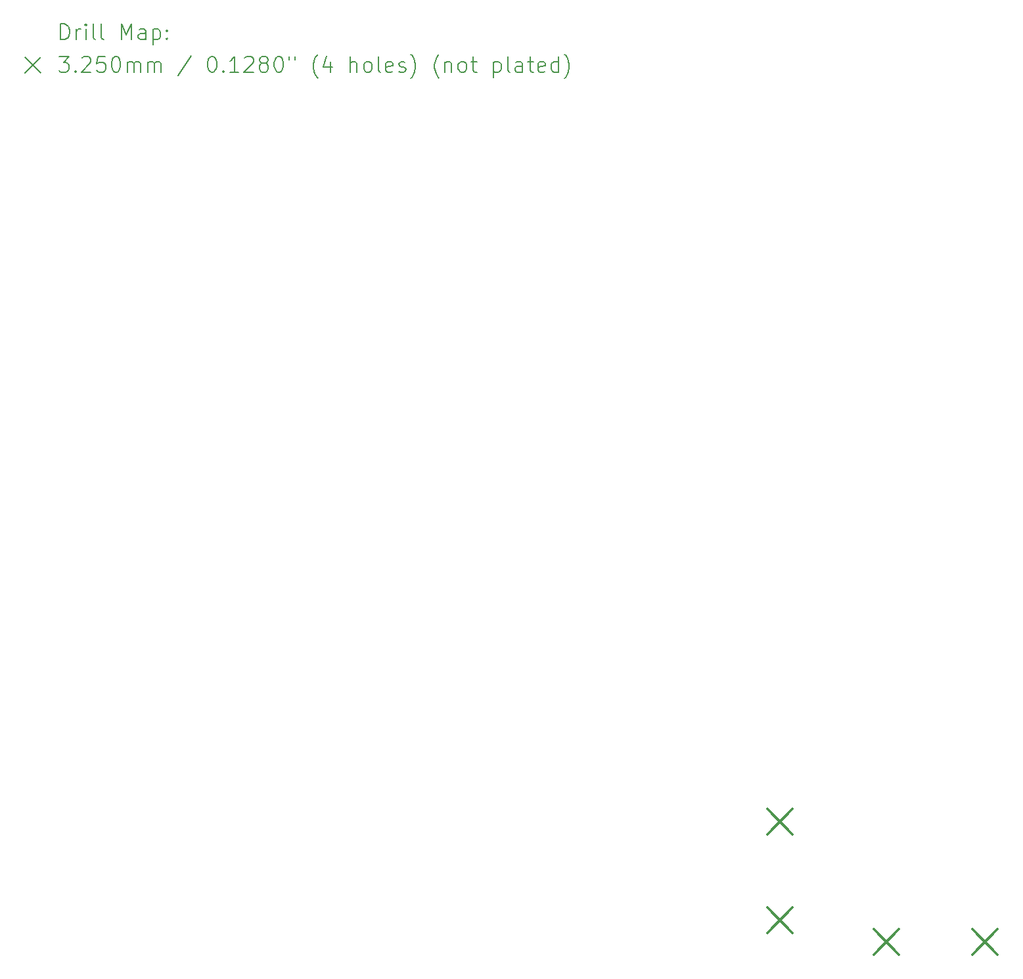
<source format=gbr>
%TF.GenerationSoftware,KiCad,Pcbnew,(6.0.9)*%
%TF.CreationDate,2023-09-14T20:57:35+02:00*%
%TF.ProjectId,Ampli144MHz,416d706c-6931-4343-944d-487a2e6b6963,1.1*%
%TF.SameCoordinates,Original*%
%TF.FileFunction,Drillmap*%
%TF.FilePolarity,Positive*%
%FSLAX45Y45*%
G04 Gerber Fmt 4.5, Leading zero omitted, Abs format (unit mm)*
G04 Created by KiCad (PCBNEW (6.0.9)) date 2023-09-14 20:57:35*
%MOMM*%
%LPD*%
G01*
G04 APERTURE LIST*
%ADD10C,0.200000*%
%ADD11C,0.325000*%
G04 APERTURE END LIST*
D10*
D11*
X9362500Y-10226500D02*
X9687500Y-10551500D01*
X9687500Y-10226500D02*
X9362500Y-10551500D01*
X9362500Y-11496500D02*
X9687500Y-11821500D01*
X9687500Y-11496500D02*
X9362500Y-11821500D01*
X10734500Y-11775500D02*
X11059500Y-12100500D01*
X11059500Y-11775500D02*
X10734500Y-12100500D01*
X12004500Y-11775500D02*
X12329500Y-12100500D01*
X12329500Y-11775500D02*
X12004500Y-12100500D01*
D10*
X257619Y-310476D02*
X257619Y-110476D01*
X305238Y-110476D01*
X333810Y-120000D01*
X352857Y-139048D01*
X362381Y-158095D01*
X371905Y-196190D01*
X371905Y-224762D01*
X362381Y-262857D01*
X352857Y-281905D01*
X333810Y-300952D01*
X305238Y-310476D01*
X257619Y-310476D01*
X457619Y-310476D02*
X457619Y-177143D01*
X457619Y-215238D02*
X467143Y-196190D01*
X476667Y-186667D01*
X495714Y-177143D01*
X514762Y-177143D01*
X581429Y-310476D02*
X581429Y-177143D01*
X581429Y-110476D02*
X571905Y-120000D01*
X581429Y-129524D01*
X590952Y-120000D01*
X581429Y-110476D01*
X581429Y-129524D01*
X705238Y-310476D02*
X686190Y-300952D01*
X676667Y-281905D01*
X676667Y-110476D01*
X810000Y-310476D02*
X790952Y-300952D01*
X781428Y-281905D01*
X781428Y-110476D01*
X1038571Y-310476D02*
X1038571Y-110476D01*
X1105238Y-253333D01*
X1171905Y-110476D01*
X1171905Y-310476D01*
X1352857Y-310476D02*
X1352857Y-205714D01*
X1343333Y-186667D01*
X1324286Y-177143D01*
X1286190Y-177143D01*
X1267143Y-186667D01*
X1352857Y-300952D02*
X1333810Y-310476D01*
X1286190Y-310476D01*
X1267143Y-300952D01*
X1257619Y-281905D01*
X1257619Y-262857D01*
X1267143Y-243809D01*
X1286190Y-234286D01*
X1333810Y-234286D01*
X1352857Y-224762D01*
X1448095Y-177143D02*
X1448095Y-377143D01*
X1448095Y-186667D02*
X1467143Y-177143D01*
X1505238Y-177143D01*
X1524286Y-186667D01*
X1533809Y-196190D01*
X1543333Y-215238D01*
X1543333Y-272381D01*
X1533809Y-291429D01*
X1524286Y-300952D01*
X1505238Y-310476D01*
X1467143Y-310476D01*
X1448095Y-300952D01*
X1629048Y-291429D02*
X1638571Y-300952D01*
X1629048Y-310476D01*
X1619524Y-300952D01*
X1629048Y-291429D01*
X1629048Y-310476D01*
X1629048Y-186667D02*
X1638571Y-196190D01*
X1629048Y-205714D01*
X1619524Y-196190D01*
X1629048Y-186667D01*
X1629048Y-205714D01*
X-200000Y-540000D02*
X0Y-740000D01*
X0Y-540000D02*
X-200000Y-740000D01*
X238571Y-530476D02*
X362381Y-530476D01*
X295714Y-606667D01*
X324286Y-606667D01*
X343333Y-616190D01*
X352857Y-625714D01*
X362381Y-644762D01*
X362381Y-692381D01*
X352857Y-711428D01*
X343333Y-720952D01*
X324286Y-730476D01*
X267143Y-730476D01*
X248095Y-720952D01*
X238571Y-711428D01*
X448095Y-711428D02*
X457619Y-720952D01*
X448095Y-730476D01*
X438571Y-720952D01*
X448095Y-711428D01*
X448095Y-730476D01*
X533810Y-549524D02*
X543333Y-540000D01*
X562381Y-530476D01*
X610000Y-530476D01*
X629048Y-540000D01*
X638571Y-549524D01*
X648095Y-568571D01*
X648095Y-587619D01*
X638571Y-616190D01*
X524286Y-730476D01*
X648095Y-730476D01*
X829048Y-530476D02*
X733809Y-530476D01*
X724286Y-625714D01*
X733809Y-616190D01*
X752857Y-606667D01*
X800476Y-606667D01*
X819524Y-616190D01*
X829048Y-625714D01*
X838571Y-644762D01*
X838571Y-692381D01*
X829048Y-711428D01*
X819524Y-720952D01*
X800476Y-730476D01*
X752857Y-730476D01*
X733809Y-720952D01*
X724286Y-711428D01*
X962381Y-530476D02*
X981428Y-530476D01*
X1000476Y-540000D01*
X1010000Y-549524D01*
X1019524Y-568571D01*
X1029048Y-606667D01*
X1029048Y-654286D01*
X1019524Y-692381D01*
X1010000Y-711428D01*
X1000476Y-720952D01*
X981428Y-730476D01*
X962381Y-730476D01*
X943333Y-720952D01*
X933809Y-711428D01*
X924286Y-692381D01*
X914762Y-654286D01*
X914762Y-606667D01*
X924286Y-568571D01*
X933809Y-549524D01*
X943333Y-540000D01*
X962381Y-530476D01*
X1114762Y-730476D02*
X1114762Y-597143D01*
X1114762Y-616190D02*
X1124286Y-606667D01*
X1143333Y-597143D01*
X1171905Y-597143D01*
X1190952Y-606667D01*
X1200476Y-625714D01*
X1200476Y-730476D01*
X1200476Y-625714D02*
X1210000Y-606667D01*
X1229048Y-597143D01*
X1257619Y-597143D01*
X1276667Y-606667D01*
X1286190Y-625714D01*
X1286190Y-730476D01*
X1381429Y-730476D02*
X1381429Y-597143D01*
X1381429Y-616190D02*
X1390952Y-606667D01*
X1410000Y-597143D01*
X1438571Y-597143D01*
X1457619Y-606667D01*
X1467143Y-625714D01*
X1467143Y-730476D01*
X1467143Y-625714D02*
X1476667Y-606667D01*
X1495714Y-597143D01*
X1524286Y-597143D01*
X1543333Y-606667D01*
X1552857Y-625714D01*
X1552857Y-730476D01*
X1943333Y-520952D02*
X1771905Y-778095D01*
X2200476Y-530476D02*
X2219524Y-530476D01*
X2238571Y-540000D01*
X2248095Y-549524D01*
X2257619Y-568571D01*
X2267143Y-606667D01*
X2267143Y-654286D01*
X2257619Y-692381D01*
X2248095Y-711428D01*
X2238571Y-720952D01*
X2219524Y-730476D01*
X2200476Y-730476D01*
X2181429Y-720952D01*
X2171905Y-711428D01*
X2162381Y-692381D01*
X2152857Y-654286D01*
X2152857Y-606667D01*
X2162381Y-568571D01*
X2171905Y-549524D01*
X2181429Y-540000D01*
X2200476Y-530476D01*
X2352857Y-711428D02*
X2362381Y-720952D01*
X2352857Y-730476D01*
X2343333Y-720952D01*
X2352857Y-711428D01*
X2352857Y-730476D01*
X2552857Y-730476D02*
X2438571Y-730476D01*
X2495714Y-730476D02*
X2495714Y-530476D01*
X2476667Y-559048D01*
X2457619Y-578095D01*
X2438571Y-587619D01*
X2629048Y-549524D02*
X2638571Y-540000D01*
X2657619Y-530476D01*
X2705238Y-530476D01*
X2724286Y-540000D01*
X2733810Y-549524D01*
X2743333Y-568571D01*
X2743333Y-587619D01*
X2733810Y-616190D01*
X2619524Y-730476D01*
X2743333Y-730476D01*
X2857619Y-616190D02*
X2838571Y-606667D01*
X2829048Y-597143D01*
X2819524Y-578095D01*
X2819524Y-568571D01*
X2829048Y-549524D01*
X2838571Y-540000D01*
X2857619Y-530476D01*
X2895714Y-530476D01*
X2914762Y-540000D01*
X2924286Y-549524D01*
X2933809Y-568571D01*
X2933809Y-578095D01*
X2924286Y-597143D01*
X2914762Y-606667D01*
X2895714Y-616190D01*
X2857619Y-616190D01*
X2838571Y-625714D01*
X2829048Y-635238D01*
X2819524Y-654286D01*
X2819524Y-692381D01*
X2829048Y-711428D01*
X2838571Y-720952D01*
X2857619Y-730476D01*
X2895714Y-730476D01*
X2914762Y-720952D01*
X2924286Y-711428D01*
X2933809Y-692381D01*
X2933809Y-654286D01*
X2924286Y-635238D01*
X2914762Y-625714D01*
X2895714Y-616190D01*
X3057619Y-530476D02*
X3076667Y-530476D01*
X3095714Y-540000D01*
X3105238Y-549524D01*
X3114762Y-568571D01*
X3124286Y-606667D01*
X3124286Y-654286D01*
X3114762Y-692381D01*
X3105238Y-711428D01*
X3095714Y-720952D01*
X3076667Y-730476D01*
X3057619Y-730476D01*
X3038571Y-720952D01*
X3029048Y-711428D01*
X3019524Y-692381D01*
X3010000Y-654286D01*
X3010000Y-606667D01*
X3019524Y-568571D01*
X3029048Y-549524D01*
X3038571Y-540000D01*
X3057619Y-530476D01*
X3200476Y-530476D02*
X3200476Y-568571D01*
X3276667Y-530476D02*
X3276667Y-568571D01*
X3571905Y-806667D02*
X3562381Y-797143D01*
X3543333Y-768571D01*
X3533809Y-749524D01*
X3524286Y-720952D01*
X3514762Y-673333D01*
X3514762Y-635238D01*
X3524286Y-587619D01*
X3533809Y-559048D01*
X3543333Y-540000D01*
X3562381Y-511428D01*
X3571905Y-501905D01*
X3733809Y-597143D02*
X3733809Y-730476D01*
X3686190Y-520952D02*
X3638571Y-663810D01*
X3762381Y-663810D01*
X3990952Y-730476D02*
X3990952Y-530476D01*
X4076667Y-730476D02*
X4076667Y-625714D01*
X4067143Y-606667D01*
X4048095Y-597143D01*
X4019524Y-597143D01*
X4000476Y-606667D01*
X3990952Y-616190D01*
X4200476Y-730476D02*
X4181428Y-720952D01*
X4171905Y-711428D01*
X4162381Y-692381D01*
X4162381Y-635238D01*
X4171905Y-616190D01*
X4181428Y-606667D01*
X4200476Y-597143D01*
X4229048Y-597143D01*
X4248095Y-606667D01*
X4257619Y-616190D01*
X4267143Y-635238D01*
X4267143Y-692381D01*
X4257619Y-711428D01*
X4248095Y-720952D01*
X4229048Y-730476D01*
X4200476Y-730476D01*
X4381429Y-730476D02*
X4362381Y-720952D01*
X4352857Y-701905D01*
X4352857Y-530476D01*
X4533810Y-720952D02*
X4514762Y-730476D01*
X4476667Y-730476D01*
X4457619Y-720952D01*
X4448095Y-701905D01*
X4448095Y-625714D01*
X4457619Y-606667D01*
X4476667Y-597143D01*
X4514762Y-597143D01*
X4533810Y-606667D01*
X4543333Y-625714D01*
X4543333Y-644762D01*
X4448095Y-663810D01*
X4619524Y-720952D02*
X4638571Y-730476D01*
X4676667Y-730476D01*
X4695714Y-720952D01*
X4705238Y-701905D01*
X4705238Y-692381D01*
X4695714Y-673333D01*
X4676667Y-663810D01*
X4648095Y-663810D01*
X4629048Y-654286D01*
X4619524Y-635238D01*
X4619524Y-625714D01*
X4629048Y-606667D01*
X4648095Y-597143D01*
X4676667Y-597143D01*
X4695714Y-606667D01*
X4771905Y-806667D02*
X4781429Y-797143D01*
X4800476Y-768571D01*
X4810000Y-749524D01*
X4819524Y-720952D01*
X4829048Y-673333D01*
X4829048Y-635238D01*
X4819524Y-587619D01*
X4810000Y-559048D01*
X4800476Y-540000D01*
X4781429Y-511428D01*
X4771905Y-501905D01*
X5133810Y-806667D02*
X5124286Y-797143D01*
X5105238Y-768571D01*
X5095714Y-749524D01*
X5086190Y-720952D01*
X5076667Y-673333D01*
X5076667Y-635238D01*
X5086190Y-587619D01*
X5095714Y-559048D01*
X5105238Y-540000D01*
X5124286Y-511428D01*
X5133810Y-501905D01*
X5210000Y-597143D02*
X5210000Y-730476D01*
X5210000Y-616190D02*
X5219524Y-606667D01*
X5238571Y-597143D01*
X5267143Y-597143D01*
X5286190Y-606667D01*
X5295714Y-625714D01*
X5295714Y-730476D01*
X5419524Y-730476D02*
X5400476Y-720952D01*
X5390952Y-711428D01*
X5381429Y-692381D01*
X5381429Y-635238D01*
X5390952Y-616190D01*
X5400476Y-606667D01*
X5419524Y-597143D01*
X5448095Y-597143D01*
X5467143Y-606667D01*
X5476667Y-616190D01*
X5486190Y-635238D01*
X5486190Y-692381D01*
X5476667Y-711428D01*
X5467143Y-720952D01*
X5448095Y-730476D01*
X5419524Y-730476D01*
X5543333Y-597143D02*
X5619524Y-597143D01*
X5571905Y-530476D02*
X5571905Y-701905D01*
X5581429Y-720952D01*
X5600476Y-730476D01*
X5619524Y-730476D01*
X5838571Y-597143D02*
X5838571Y-797143D01*
X5838571Y-606667D02*
X5857619Y-597143D01*
X5895714Y-597143D01*
X5914762Y-606667D01*
X5924286Y-616190D01*
X5933809Y-635238D01*
X5933809Y-692381D01*
X5924286Y-711428D01*
X5914762Y-720952D01*
X5895714Y-730476D01*
X5857619Y-730476D01*
X5838571Y-720952D01*
X6048095Y-730476D02*
X6029048Y-720952D01*
X6019524Y-701905D01*
X6019524Y-530476D01*
X6210000Y-730476D02*
X6210000Y-625714D01*
X6200476Y-606667D01*
X6181428Y-597143D01*
X6143333Y-597143D01*
X6124286Y-606667D01*
X6210000Y-720952D02*
X6190952Y-730476D01*
X6143333Y-730476D01*
X6124286Y-720952D01*
X6114762Y-701905D01*
X6114762Y-682857D01*
X6124286Y-663810D01*
X6143333Y-654286D01*
X6190952Y-654286D01*
X6210000Y-644762D01*
X6276667Y-597143D02*
X6352857Y-597143D01*
X6305238Y-530476D02*
X6305238Y-701905D01*
X6314762Y-720952D01*
X6333809Y-730476D01*
X6352857Y-730476D01*
X6495714Y-720952D02*
X6476667Y-730476D01*
X6438571Y-730476D01*
X6419524Y-720952D01*
X6410000Y-701905D01*
X6410000Y-625714D01*
X6419524Y-606667D01*
X6438571Y-597143D01*
X6476667Y-597143D01*
X6495714Y-606667D01*
X6505238Y-625714D01*
X6505238Y-644762D01*
X6410000Y-663810D01*
X6676667Y-730476D02*
X6676667Y-530476D01*
X6676667Y-720952D02*
X6657619Y-730476D01*
X6619524Y-730476D01*
X6600476Y-720952D01*
X6590952Y-711428D01*
X6581428Y-692381D01*
X6581428Y-635238D01*
X6590952Y-616190D01*
X6600476Y-606667D01*
X6619524Y-597143D01*
X6657619Y-597143D01*
X6676667Y-606667D01*
X6752857Y-806667D02*
X6762381Y-797143D01*
X6781428Y-768571D01*
X6790952Y-749524D01*
X6800476Y-720952D01*
X6810000Y-673333D01*
X6810000Y-635238D01*
X6800476Y-587619D01*
X6790952Y-559048D01*
X6781428Y-540000D01*
X6762381Y-511428D01*
X6752857Y-501905D01*
M02*

</source>
